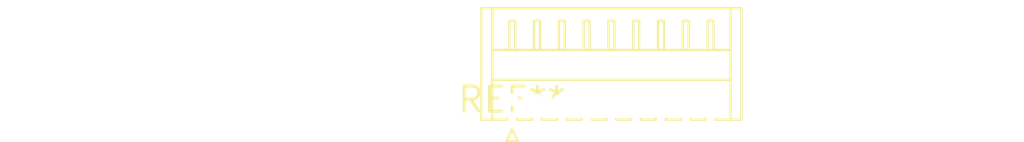
<source format=kicad_pcb>
(kicad_pcb (version 20240108) (generator pcbnew)
  (layers (0 "F.Cu" signal) (31 "B.Cu" signal) (34 "B.Paste" user) (35 "F.Paste" user) (36 "B.SilkS" user "B.Silkscreen") (37 "F.SilkS" user "F.Silkscreen") (38 "B.Mask" user) (39 "F.Mask" user) (44 "Edge.Cuts" user))
  (net 0 "")
  (footprint "Hirose_DF13-09P-1.25DS_1x09_P1.25mm_Horizontal" (layer "F.Cu") (at 0 0)
    (property "Reference" "REF**")
    (property "Value" "Hirose_DF13-09P-1.25DS_1x09_P1.25mm_Horizontal")
    (fp_line (start -1.56 -4.61) (end 11.56 -4.61) (layer "F.SilkS") (stroke (width 0.12)))
    (fp_line (start -1.56 1.01) (end -1.56 -4.61) (layer "F.SilkS") (stroke (width 0.12)))
    (fp_line (start -1.01 -4.61) (end -1.01 1.01) (layer "F.SilkS") (stroke (width 0.12)))
    (fp_line (start -1.01 -2.5) (end 11.01 -2.5) (layer "F.SilkS") (stroke (width 0.12)))
    (fp_line (start -1.01 -1) (end 11.01 -1) (layer "F.SilkS") (stroke (width 0.12)))
    (fp_line (start -0.3 2.1) (end 0.3 2.1) (layer "F.SilkS") (stroke (width 0.12)))
    (fp_line (start -0.25 0.96) (end -0.25 1.01) (layer "F.SilkS") (stroke (width 0.12)))
    (fp_line (start -0.25 1.01) (end -1.56 1.01) (layer "F.SilkS") (stroke (width 0.12)))
    (fp_line (start -0.15 -3.9625) (end 0 -4) (layer "F.SilkS") (stroke (width 0.12)))
    (fp_line (start -0.15 -2.5) (end -0.15 -3.9625) (layer "F.SilkS") (stroke (width 0.12)))
    (fp_line (start 0 -4) (end 0.15 -3.9625) (layer "F.SilkS") (stroke (width 0.12)))
    (fp_line (start 0 1.5) (end -0.3 2.1) (layer "F.SilkS") (stroke (width 0.12)))
    (fp_line (start 0.15 -3.9625) (end 0.15 -2.5) (layer "F.SilkS") (stroke (width 0.12)))
    (fp_line (start 0.25 0.96) (end 0.25 1.01) (layer "F.SilkS") (stroke (width 0.12)))
    (fp_line (start 0.25 1.01) (end 1 1.01) (layer "F.SilkS") (stroke (width 0.12)))
    (fp_line (start 0.3 2.1) (end 0 1.5) (layer "F.SilkS") (stroke (width 0.12)))
    (fp_line (start 1 1.01) (end 1 0.96) (layer "F.SilkS") (stroke (width 0.12)))
    (fp_line (start 1.1 -3.9625) (end 1.25 -4) (layer "F.SilkS") (stroke (width 0.12)))
    (fp_line (start 1.1 -2.5) (end 1.1 -3.9625) (layer "F.SilkS") (stroke (width 0.12)))
    (fp_line (start 1.25 -4) (end 1.4 -3.9625) (layer "F.SilkS") (stroke (width 0.12)))
    (fp_line (start 1.4 -3.9625) (end 1.4 -2.5) (layer "F.SilkS") (stroke (width 0.12)))
    (fp_line (start 1.5 0.96) (end 1.5 1.01) (layer "F.SilkS") (stroke (width 0.12)))
    (fp_line (start 1.5 1.01) (end 2.25 1.01) (layer "F.SilkS") (stroke (width 0.12)))
    (fp_line (start 2.25 1.01) (end 2.25 0.96) (layer "F.SilkS") (stroke (width 0.12)))
    (fp_line (start 2.35 -3.9625) (end 2.5 -4) (layer "F.SilkS") (stroke (width 0.12)))
    (fp_line (start 2.35 -2.5) (end 2.35 -3.9625) (layer "F.SilkS") (stroke (width 0.12)))
    (fp_line (start 2.5 -4) (end 2.65 -3.9625) (layer "F.SilkS") (stroke (width 0.12)))
    (fp_line (start 2.65 -3.9625) (end 2.65 -2.5) (layer "F.SilkS") (stroke (width 0.12)))
    (fp_line (start 2.75 0.96) (end 2.75 1.01) (layer "F.SilkS") (stroke (width 0.12)))
    (fp_line (start 2.75 1.01) (end 3.5 1.01) (layer "F.SilkS") (stroke (width 0.12)))
    (fp_line (start 3.5 1.01) (end 3.5 0.96) (layer "F.SilkS") (stroke (width 0.12)))
    (fp_line (start 3.6 -3.9625) (end 3.75 -4) (layer "F.SilkS") (stroke (width 0.12)))
    (fp_line (start 3.6 -2.5) (end 3.6 -3.9625) (layer "F.SilkS") (stroke (width 0.12)))
    (fp_line (start 3.75 -4) (end 3.9 -3.9625) (layer "F.SilkS") (stroke (width 0.12)))
    (fp_line (start 3.9 -3.9625) (end 3.9 -2.5) (layer "F.SilkS") (stroke (width 0.12)))
    (fp_line (start 4 0.96) (end 4 1.01) (layer "F.SilkS") (stroke (width 0.12)))
    (fp_line (start 4 1.01) (end 4.75 1.01) (layer "F.SilkS") (stroke (width 0.12)))
    (fp_line (start 4.75 1.01) (end 4.75 0.96) (layer "F.SilkS") (stroke (width 0.12)))
    (fp_line (start 4.85 -3.9625) (end 5 -4) (layer "F.SilkS") (stroke (width 0.12)))
    (fp_line (start 4.85 -2.5) (end 4.85 -3.9625) (layer "F.SilkS") (stroke (width 0.12)))
    (fp_line (start 5 -4) (end 5.15 -3.9625) (layer "F.SilkS") (stroke (width 0.12)))
    (fp_line (start 5.15 -3.9625) (end 5.15 -2.5) (layer "F.SilkS") (stroke (width 0.12)))
    (fp_line (start 5.25 0.96) (end 5.25 1.01) (layer "F.SilkS") (stroke (width 0.12)))
    (fp_line (start 5.25 1.01) (end 6 1.01) (layer "F.SilkS") (stroke (width 0.12)))
    (fp_line (start 6 1.01) (end 6 0.96) (layer "F.SilkS") (stroke (width 0.12)))
    (fp_line (start 6.1 -3.9625) (end 6.25 -4) (layer "F.SilkS") (stroke (width 0.12)))
    (fp_line (start 6.1 -2.5) (end 6.1 -3.9625) (layer "F.SilkS") (stroke (width 0.12)))
    (fp_line (start 6.25 -4) (end 6.4 -3.9625) (layer "F.SilkS") (stroke (width 0.12)))
    (fp_line (start 6.4 -3.9625) (end 6.4 -2.5) (layer "F.SilkS") (stroke (width 0.12)))
    (fp_line (start 6.5 0.96) (end 6.5 1.01) (layer "F.SilkS") (stroke (width 0.12)))
    (fp_line (start 6.5 1.01) (end 7.25 1.01) (layer "F.SilkS") (stroke (width 0.12)))
    (fp_line (start 7.25 1.01) (end 7.25 0.96) (layer "F.SilkS") (stroke (width 0.12)))
    (fp_line (start 7.35 -3.9625) (end 7.5 -4) (layer "F.SilkS") (stroke (width 0.12)))
    (fp_line (start 7.35 -2.5) (end 7.35 -3.9625) (layer "F.SilkS") (stroke (width 0.12)))
    (fp_line (start 7.5 -4) (end 7.65 -3.9625) (layer "F.SilkS") (stroke (width 0.12)))
    (fp_line (start 7.65 -3.9625) (end 7.65 -2.5) (layer "F.SilkS") (stroke (width 0.12)))
    (fp_line (start 7.75 0.96) (end 7.75 1.01) (layer "F.SilkS") (stroke (width 0.12)))
    (fp_line (start 7.75 1.01) (end 8.5 1.01) (layer "F.SilkS") (stroke (width 0.12)))
    (fp_line (start 8.5 1.01) (end 8.5 0.96) (layer "F.SilkS") (stroke (width 0.12)))
    (fp_line (start 8.6 -3.9625) (end 8.75 -4) (layer "F.SilkS") (stroke (width 0.12)))
    (fp_line (start 8.6 -2.5) (end 8.6 -3.9625) (layer "F.SilkS") (stroke (width 0.12)))
    (fp_line (start 8.75 -4) (end 8.9 -3.9625) (layer "F.SilkS") (stroke (width 0.12)))
    (fp_line (start 8.9 -3.9625) (end 8.9 -2.5) (layer "F.SilkS") (stroke (width 0.12)))
    (fp_line (start 9 0.96) (end 9 1.01) (layer "F.SilkS") (stroke (width 0.12)))
    (fp_line (start 9 1.01) (end 9.75 1.01) (layer "F.SilkS") (stroke (width 0.12)))
    (fp_line (start 9.75 1.01) (end 9.75 0.96) (layer "F.SilkS") (stroke (width 0.12)))
    (fp_line (start 9.85 -3.9625) (end 10 -4) (layer "F.SilkS") (stroke (width 0.12)))
    (fp_line (start 9.85 -2.5) (end 9.85 -3.9625) (layer "F.SilkS") (stroke (width 0.12)))
    (fp_line (start 10 -4) (end 10.15 -3.9625) (layer "F.SilkS") (stroke (width 0.12)))
    (fp_line (start 10.15 -3.9625) (end 10.15 -2.5) (layer "F.SilkS") (stroke (width 0.12)))
    (fp_line (start 10.25 1.01) (end 10.25 0.96) (layer "F.SilkS") (stroke (width 0.12)))
    (fp_line (start 11.01 -4.61) (end 11.01 1.01) (layer "F.SilkS") (stroke (width 0.12)))
    (fp_line (start 11.56 -4.61) (end 11.56 1.01) (layer "F.SilkS") (stroke (width 0.12)))
    (fp_line (start 11.56 1.01) (end 10.25 1.01) (layer "F.SilkS") (stroke (width 0.12)))
    (pad "1" thru_hole roundrect (at 0 0) (size 0.9 1.4) (drill 0.6) (layers *.Cu *.Mask) (remove_unused_layers))
    (pad "2" thru_hole oval (at 1.25 0) (size 0.9 1.4) (drill 0.6) (layers *.Cu *.Mask) (remove_unused_layers))
    (pad "3" thru_hole oval (at 2.5 0) (size 0.9 1.4) (drill 0.6) (layers *.Cu *.Mask) (remove_unused_layers))
    (pad "4" thru_hole oval (at 3.75 0) (size 0.9 1.4) (drill 0.6) (layers *.Cu *.Mask) (remove_unused_layers))
    (pad "5" thru_hole oval (at 5 0) (size 0.9 1.4) (drill 0.6) (layers *.Cu *.Mask) (remove_unused_layers))
    (pad "6" thru_hole oval (at 6.25 0) (size 0.9 1.4) (drill 0.6) (layers *.Cu *.Mask) (remove_unused_layers))
    (pad "7" thru_hole oval (at 7.5 0) (size 0.9 1.4) (drill 0.6) (layers *.Cu *.Mask) (remove_unused_layers))
    (pad "8" thru_hole oval (at 8.75 0) (size 0.9 1.4) (drill 0.6) (layers *.Cu *.Mask) (remove_unused_layers))
    (pad "9" thru_hole oval (at 10 0) (size 0.9 1.4) (drill 0.6) (layers *.Cu *.Mask) (remove_unused_layers))
  )
)
</source>
